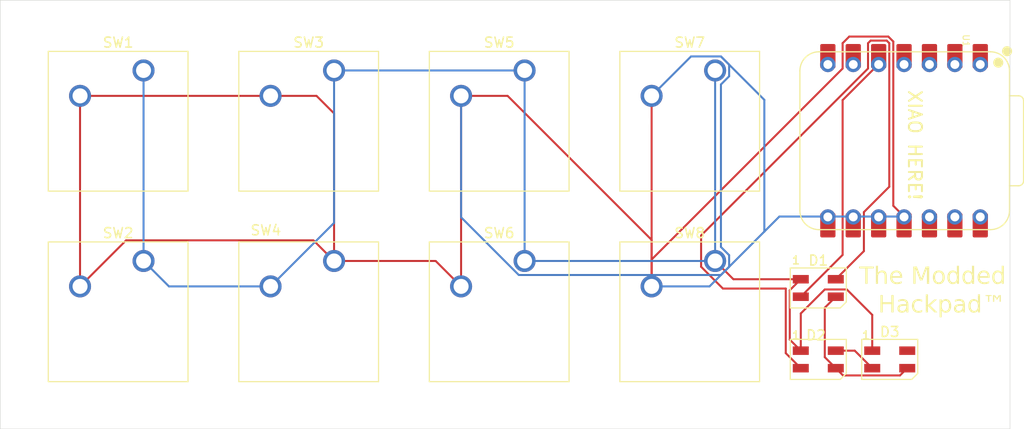
<source format=kicad_pcb>
(kicad_pcb (version 20241229) (generator "pcbnew") (generator_version "9.0")
  (layers (0 "F.Cu" signal) (2 "B.Cu" signal) (13 "F.Paste" user) (15 "B.Paste" user) (5 "F.SilkS" user "F.Silkscreen") (7 "B.SilkS" user "B.Silkscreen") (1 "F.Mask" user) (3 "B.Mask" user) (25 "Edge.Cuts" user))
  (net 0 "")
  (net 1 "+5V")
  (net 2 "Net-(D1-DOUT)")
  (net 3 "GND")
  (net 4 "Net-(D1-DIN)")
  (net 5 "Net-(D2-DOUT)")
  (net 7 "Net-(U1-GPIO1{slash}RX)")
  (footprint "LED_SMD:LED_SK6812MINI_PLCC4_3.5x3.5mm_P1.75mm" (layer "F.Cu") (at 229.23125 54.76875)
    (property "Reference" "D1" (at 0 -2.75 0) (layer "F.SilkS"))
    (property "Value" "SK6812")
    (fp_line (start -2.8 -2) (end -2.8 2) (stroke (width 0.12)) (layer "F.SilkS"))
    (fp_line (start -2.8 -2) (end 2.8 -2) (stroke (width 0.12)) (layer "F.SilkS"))
    (fp_line (start -2.8 2) (end 2.2 2) (stroke (width 0.12)) (layer "F.SilkS"))
    (fp_line (start 2.8 1.4) (end 2.2 2) (stroke (width 0.12)) (layer "F.SilkS"))
    (fp_line (start 2.8 1.4) (end 2.8 -2) (stroke (width 0.12)) (layer "F.SilkS"))
    (fp_text user "1" (at -2.23125 -2.76875 0) (layer "F.SilkS") (effects (font (size 0.8 0.8))))
    (pad "1" smd rect (at -1.75 -0.875) (size 1.6 0.85) (layers "F.Cu" "F.Mask" "F.Paste") (net 3 "GND"))
    (pad "2" smd rect (at -1.75 0.875) (size 1.6 0.85) (layers "F.Cu" "F.Mask" "F.Paste") (net 4 "Net-(D1-DIN)"))
    (pad "3" smd rect (at 1.75 0.875) (size 1.6 0.85) (layers "F.Cu" "F.Mask" "F.Paste") (net 1 "+5V"))
    (pad "4" smd rect (at 1.75 -0.875) (size 1.6 0.85) (layers "F.Cu" "F.Mask" "F.Paste") (net 2 "Net-(D1-DOUT)"))
  )
  (footprint "LED_SMD:LED_SK6812MINI_PLCC4_3.5x3.5mm_P1.75mm" (layer "F.Cu") (at 236.375 61.9125)
    (property "Reference" "D3" (at 0 -2.75 0) (layer "F.SilkS"))
    (property "Value" "SK6812")
    (fp_line (start -2.8 -2) (end -2.8 2) (stroke (width 0.12)) (layer "F.SilkS"))
    (fp_line (start -2.8 -2) (end 2.8 -2) (stroke (width 0.12)) (layer "F.SilkS"))
    (fp_line (start -2.8 2) (end 2.2 2) (stroke (width 0.12)) (layer "F.SilkS"))
    (fp_line (start 2.8 1.4) (end 2.2 2) (stroke (width 0.12)) (layer "F.SilkS"))
    (fp_line (start 2.8 1.4) (end 2.8 -2) (stroke (width 0.12)) (layer "F.SilkS"))
    (fp_text user "1" (at -2.375 -2.4125 0) (layer "F.SilkS") (effects (font (size 0.8 0.8))))
    (pad "1" smd rect (at -1.75 -0.875) (size 1.6 0.85) (layers "F.Cu" "F.Mask" "F.Paste") (net 3 "GND"))
    (pad "2" smd rect (at -1.75 0.875) (size 1.6 0.85) (layers "F.Cu" "F.Mask" "F.Paste") (net 5 "Net-(D2-DOUT)"))
    (pad "3" smd rect (at 1.75 0.875) (size 1.6 0.85) (layers "F.Cu" "F.Mask" "F.Paste") (net 1 "+5V"))
    (pad "4" smd rect (at 1.75 -0.875) (size 1.6 0.85) (layers "F.Cu" "F.Mask" "F.Paste"))
  )
  (footprint "Button_Switch_Keyboard:SW_Cherry_MX_1.00u_PCB" (layer "F.Cu") (at 161.76625 52.07)
    (property "Reference" "SW2" (at -2.54 -2.794 0) (layer "F.SilkS"))
    (property "Value" "SW_Push")
    (fp_line (start -9.525 -1.905) (end 4.445 -1.905) (stroke (width 0.12)) (layer "F.SilkS"))
    (fp_line (start -9.525 12.065) (end -9.525 -1.905) (stroke (width 0.12)) (layer "F.SilkS"))
    (fp_line (start 4.445 -1.905) (end 4.445 12.065) (stroke (width 0.12)) (layer "F.SilkS"))
    (fp_line (start 4.445 12.065) (end -9.525 12.065) (stroke (width 0.12)) (layer "F.SilkS"))
    (pad "" np_thru_hole circle (at -7.62 5.08) (size 1.7 1.7) (drill 1.7) (layers "*.Cu" "*.Mask"))
    (pad "" np_thru_hole circle (at -2.54 5.08) (size 4 4) (drill 4) (layers "*.Cu" "*.Mask"))
    (pad "" np_thru_hole circle (at 2.54 5.08) (size 1.7 1.7) (drill 1.7) (layers "*.Cu" "*.Mask"))
    (pad "1" thru_hole circle (at 0 0) (size 2.2 2.2) (drill 1.5) (layers "*.Cu" "*.Mask") (net 3 "GND"))
    (pad "2" thru_hole circle (at -6.35 2.54) (size 2.2 2.2) (drill 1.5) (layers "*.Cu" "*.Mask") (net 7 "Net-(U1-GPIO1{slash}RX)"))
  )
  (footprint "Button_Switch_Keyboard:SW_Cherry_MX_1.00u_PCB" (layer "F.Cu") (at 218.91625 33.02)
    (property "Reference" "SW7" (at -2.54 -2.794 0) (layer "F.SilkS"))
    (property "Value" "SW_Push")
    (fp_line (start -9.525 -1.905) (end 4.445 -1.905) (stroke (width 0.12)) (layer "F.SilkS"))
    (fp_line (start -9.525 12.065) (end -9.525 -1.905) (stroke (width 0.12)) (layer "F.SilkS"))
    (fp_line (start 4.445 -1.905) (end 4.445 12.065) (stroke (width 0.12)) (layer "F.SilkS"))
    (fp_line (start 4.445 12.065) (end -9.525 12.065) (stroke (width 0.12)) (layer "F.SilkS"))
    (pad "" np_thru_hole circle (at -7.62 5.08) (size 1.7 1.7) (drill 1.7) (layers "*.Cu" "*.Mask"))
    (pad "" np_thru_hole circle (at -2.54 5.08) (size 4 4) (drill 4) (layers "*.Cu" "*.Mask"))
    (pad "" np_thru_hole circle (at 2.54 5.08) (size 1.7 1.7) (drill 1.7) (layers "*.Cu" "*.Mask"))
    (pad "1" thru_hole circle (at 0 0) (size 2.2 2.2) (drill 1.5) (layers "*.Cu" "*.Mask") (net 3 "GND"))
    (pad "2" thru_hole circle (at -6.35 2.54) (size 2.2 2.2) (drill 1.5) (layers "*.Cu" "*.Mask") (net 7 "Net-(U1-GPIO1{slash}RX)"))
  )
  (footprint "Button_Switch_Keyboard:SW_Cherry_MX_1.00u_PCB" (layer "F.Cu") (at 180.81625 52.07)
    (property "Reference" "SW4" (at -6.81625 -3.07 0) (layer "F.SilkS"))
    (property "Value" "SW_Push")
    (fp_line (start -9.525 -1.905) (end 4.445 -1.905) (stroke (width 0.12)) (layer "F.SilkS"))
    (fp_line (start -9.525 12.065) (end -9.525 -1.905) (stroke (width 0.12)) (layer "F.SilkS"))
    (fp_line (start 4.445 -1.905) (end 4.445 12.065) (stroke (width 0.12)) (layer "F.SilkS"))
    (fp_line (start 4.445 12.065) (end -9.525 12.065) (stroke (width 0.12)) (layer "F.SilkS"))
    (pad "" np_thru_hole circle (at -7.62 5.08) (size 1.7 1.7) (drill 1.7) (layers "*.Cu" "*.Mask"))
    (pad "" np_thru_hole circle (at -2.54 5.08) (size 4 4) (drill 4) (layers "*.Cu" "*.Mask"))
    (pad "" np_thru_hole circle (at 2.54 5.08) (size 1.7 1.7) (drill 1.7) (layers "*.Cu" "*.Mask"))
    (pad "1" thru_hole circle (at 0 0) (size 2.2 2.2) (drill 1.5) (layers "*.Cu" "*.Mask") (net 7 "Net-(U1-GPIO1{slash}RX)"))
    (pad "2" thru_hole circle (at -6.35 2.54) (size 2.2 2.2) (drill 1.5) (layers "*.Cu" "*.Mask") (net 3 "GND"))
  )
  (footprint "Button_Switch_Keyboard:SW_Cherry_MX_1.00u_PCB" (layer "F.Cu") (at 199.86625 52.07)
    (property "Reference" "SW6" (at -2.54 -2.794 0) (layer "F.SilkS"))
    (property "Value" "SW_Push")
    (fp_line (start -9.525 -1.905) (end 4.445 -1.905) (stroke (width 0.12)) (layer "F.SilkS"))
    (fp_line (start -9.525 12.065) (end -9.525 -1.905) (stroke (width 0.12)) (layer "F.SilkS"))
    (fp_line (start 4.445 -1.905) (end 4.445 12.065) (stroke (width 0.12)) (layer "F.SilkS"))
    (fp_line (start 4.445 12.065) (end -9.525 12.065) (stroke (width 0.12)) (layer "F.SilkS"))
    (pad "" np_thru_hole circle (at -7.62 5.08) (size 1.7 1.7) (drill 1.7) (layers "*.Cu" "*.Mask"))
    (pad "" np_thru_hole circle (at -2.54 5.08) (size 4 4) (drill 4) (layers "*.Cu" "*.Mask"))
    (pad "" np_thru_hole circle (at 2.54 5.08) (size 1.7 1.7) (drill 1.7) (layers "*.Cu" "*.Mask"))
    (pad "1" thru_hole circle (at 0 0) (size 2.2 2.2) (drill 1.5) (layers "*.Cu" "*.Mask") (net 3 "GND"))
    (pad "2" thru_hole circle (at -6.35 2.54) (size 2.2 2.2) (drill 1.5) (layers "*.Cu" "*.Mask") (net 7 "Net-(U1-GPIO1{slash}RX)"))
  )
  (footprint "OPL Lib:XIAO-RP2040-DIP" (layer "F.Cu") (at 237.8075 40.045 -90)
    (property "Reference" "U1" (at -10.005 -6.1925 270) (layer "F.SilkS") (effects (font (size 0.635 0.635) (thickness 0.1016))))
    (property "Value" "XIAO-RP2040-DIP")
    (fp_line (start -6.985 10.414) (end 6.985 10.414) (stroke (width 0.127)) (layer "F.SilkS"))
    (fp_line (start -8.89 8.509) (end -8.89 -8.636) (stroke (width 0.127)) (layer "F.SilkS"))
    (fp_line (start 8.89 8.509) (end 8.89 -8.636) (stroke (width 0.127)) (layer "F.SilkS"))
    (fp_line (start -4.495 -10.541) (end -4.491272 -11.451272) (stroke (width 0.127)) (layer "F.SilkS"))
    (fp_line (start 6.985 -10.541) (end -6.985 -10.541) (stroke (width 0.1)) (layer "F.SilkS"))
    (fp_line (start 6.985 -10.541) (end -6.985 -10.541) (stroke (width 0.127)) (layer "F.SilkS"))
    (fp_line (start 4.504 -11.451) (end 4.504 -10.541) (stroke (width 0.127)) (layer "F.SilkS"))
    (fp_line (start -3.991272 -11.951) (end 4.004 -11.951) (stroke (width 0.127)) (layer "F.SilkS"))
    (fp_arc (start -6.985 10.414) (mid -8.332038 9.856038) (end -8.89 8.509) (stroke (width 0.127)) (layer "F.SilkS"))
    (fp_arc (start 8.89 8.509) (mid 8.332038 9.856038) (end 6.985 10.414) (stroke (width 0.127)) (layer "F.SilkS"))
    (fp_arc (start -8.89 -8.636) (mid -8.332038 -9.983038) (end -6.985 -10.541) (stroke (width 0.127)) (layer "F.SilkS"))
    (fp_arc (start 6.985 -10.541) (mid 8.332038 -9.983038) (end 8.89 -8.636) (stroke (width 0.127)) (layer "F.SilkS"))
    (fp_arc (start -4.491272 -11.451272) (mid -4.344728 -11.80464) (end -3.991272 -11.951) (stroke (width 0.127)) (layer "F.SilkS"))
    (fp_arc (start 4.004 -11.951) (mid 4.357553 -11.804553) (end 4.504 -11.451) (stroke (width 0.127)) (layer "F.SilkS"))
    (fp_circle (center -7.807 -9.42) (end -7.807 -9.674) (stroke (width 0.5)) (fill yes) (layer "F.SilkS"))
    (fp_circle (center -8.95 -10.3) (end -8.95 -10.554) (stroke (width 0.5)) (fill yes) (layer "F.SilkS"))
    (pad "1" smd roundrect (at -8.455 -7.62 90) (size 2.432 1.524) (layers "F.Cu" "F.Mask") (roundrect_rratio 0.1))
    (pad "1" thru_hole circle (at -7.62 -7.62 90) (size 1.524 1.524) (drill 0.889) (layers "*.Cu" "*.Mask"))
    (pad "2" smd roundrect (at -8.455 -5.08 90) (size 2.432 1.524) (layers "F.Cu" "F.Mask") (roundrect_rratio 0.1))
    (pad "2" thru_hole circle (at -7.62 -5.08 90) (size 1.524 1.524) (drill 0.889) (layers "*.Cu" "*.Mask"))
    (pad "3" smd roundrect (at -8.455 -2.54 90) (size 2.432 1.524) (layers "F.Cu" "F.Mask") (roundrect_rratio 0.1))
    (pad "3" thru_hole circle (at -7.62 -2.54 90) (size 1.524 1.524) (drill 0.889) (layers "*.Cu" "*.Mask"))
    (pad "4" smd roundrect (at -8.455 0 90) (size 2.432 1.524) (layers "F.Cu" "F.Mask") (roundrect_rratio 0.1))
    (pad "4" thru_hole circle (at -7.62 0 90) (size 1.524 1.524) (drill 0.889) (layers "*.Cu" "*.Mask"))
    (pad "5" smd roundrect (at -8.455 2.54 90) (size 2.432 1.524) (layers "F.Cu" "F.Mask") (roundrect_rratio 0.1) (net 4 "Net-(D1-DIN)"))
    (pad "5" thru_hole circle (at -7.62 2.54 90) (size 1.524 1.524) (drill 0.889) (layers "*.Cu" "*.Mask") (net 4 "Net-(D1-DIN)"))
    (pad "6" smd roundrect (at -8.455 5.08 90) (size 2.432 1.524) (layers "F.Cu" "F.Mask") (roundrect_rratio 0.1))
    (pad "6" thru_hole circle (at -7.62 5.08 90) (size 1.524 1.524) (drill 0.889) (layers "*.Cu" "*.Mask"))
    (pad "7" smd roundrect (at -8.455 7.62 90) (size 2.432 1.524) (layers "F.Cu" "F.Mask") (roundrect_rratio 0.1))
    (pad "7" thru_hole circle (at -7.62 7.62 90) (size 1.524 1.524) (drill 0.889) (layers "*.Cu" "*.Mask"))
    (pad "8" thru_hole circle (at 7.62 7.62 270) (size 1.524 1.524) (drill 0.889) (layers "*.Cu" "*.Mask") (net 7 "Net-(U1-GPIO1{slash}RX)"))
    (pad "8" smd roundrect (at 8.455 7.62 270) (size 2.432 1.524) (layers "F.Cu" "F.Mask") (roundrect_rratio 0.1) (net 7 "Net-(U1-GPIO1{slash}RX)"))
    (pad "9" thru_hole circle (at 7.62 5.08 270) (size 1.524 1.524) (drill 0.889) (layers "*.Cu" "*.Mask") (net 7 "Net-(U1-GPIO1{slash}RX)"))
    (pad "9" smd roundrect (at 8.455 5.08 270) (size 2.432 1.524) (layers "F.Cu" "F.Mask") (roundrect_rratio 0.1) (net 7 "Net-(U1-GPIO1{slash}RX)"))
    (pad "10" thru_hole circle (at 7.62 2.54 270) (size 1.524 1.524) (drill 0.889) (layers "*.Cu" "*.Mask") (net 7 "Net-(U1-GPIO1{slash}RX)"))
    (pad "10" smd roundrect (at 8.455 2.54 270) (size 2.432 1.524) (layers "F.Cu" "F.Mask") (roundrect_rratio 0.1) (net 7 "Net-(U1-GPIO1{slash}RX)"))
    (pad "11" thru_hole circle (at 7.62 0 270) (size 1.524 1.524) (drill 0.889) (layers "*.Cu" "*.Mask") (net 7 "Net-(U1-GPIO1{slash}RX)"))
    (pad "11" smd roundrect (at 8.455 0 270) (size 2.432 1.524) (layers "F.Cu" "F.Mask") (roundrect_rratio 0.1) (net 7 "Net-(U1-GPIO1{slash}RX)"))
    (pad "12" thru_hole circle (at 7.62 -2.54 270) (size 1.524 1.524) (drill 0.889) (layers "*.Cu" "*.Mask"))
    (pad "12" smd roundrect (at 8.455 -2.54 270) (size 2.432 1.524) (layers "F.Cu" "F.Mask") (roundrect_rratio 0.1))
    (pad "13" thru_hole circle (at 7.62 -5.08 270) (size 1.524 1.524) (drill 0.889) (layers "*.Cu" "*.Mask"))
    (pad "13" smd roundrect (at 8.455 -5.08 270) (size 2.432 1.524) (layers "F.Cu" "F.Mask") (roundrect_rratio 0.1))
    (pad "14" thru_hole circle (at 7.62 -7.62 270) (size 1.524 1.524) (drill 0.889) (layers "*.Cu" "*.Mask"))
    (pad "14" smd roundrect (at 8.455 -7.62 270) (size 2.432 1.524) (layers "F.Cu" "F.Mask") (roundrect_rratio 0.1))
  )
  (footprint "Button_Switch_Keyboard:SW_Cherry_MX_1.00u_PCB" (layer "F.Cu") (at 218.91625 52.07)
    (property "Reference" "SW8" (at -2.54 -2.794 0) (layer "F.SilkS"))
    (property "Value" "SW_Push")
    (fp_line (start -9.525 -1.905) (end 4.445 -1.905) (stroke (width 0.12)) (layer "F.SilkS"))
    (fp_line (start -9.525 12.065) (end -9.525 -1.905) (stroke (width 0.12)) (layer "F.SilkS"))
    (fp_line (start 4.445 -1.905) (end 4.445 12.065) (stroke (width 0.12)) (layer "F.SilkS"))
    (fp_line (start 4.445 12.065) (end -9.525 12.065) (stroke (width 0.12)) (layer "F.SilkS"))
    (pad "" np_thru_hole circle (at -7.62 5.08) (size 1.7 1.7) (drill 1.7) (layers "*.Cu" "*.Mask"))
    (pad "" np_thru_hole circle (at -2.54 5.08) (size 4 4) (drill 4) (layers "*.Cu" "*.Mask"))
    (pad "" np_thru_hole circle (at 2.54 5.08) (size 1.7 1.7) (drill 1.7) (layers "*.Cu" "*.Mask"))
    (pad "1" thru_hole circle (at 0 0) (size 2.2 2.2) (drill 1.5) (layers "*.Cu" "*.Mask") (net 3 "GND"))
    (pad "2" thru_hole circle (at -6.35 2.54) (size 2.2 2.2) (drill 1.5) (layers "*.Cu" "*.Mask") (net 7 "Net-(U1-GPIO1{slash}RX)"))
  )
  (footprint "LED_SMD:LED_SK6812MINI_PLCC4_3.5x3.5mm_P1.75mm" (layer "F.Cu") (at 229.23125 61.9125)
    (property "Reference" "D2" (at -0.23125 -2.4125 0) (layer "F.SilkS"))
    (property "Value" "SK6812")
    (fp_line (start -2.8 -2) (end -2.8 2) (stroke (width 0.12)) (layer "F.SilkS"))
    (fp_line (start -2.8 -2) (end 2.8 -2) (stroke (width 0.12)) (layer "F.SilkS"))
    (fp_line (start -2.8 2) (end 2.2 2) (stroke (width 0.12)) (layer "F.SilkS"))
    (fp_line (start 2.8 1.4) (end 2.2 2) (stroke (width 0.12)) (layer "F.SilkS"))
    (fp_line (start 2.8 1.4) (end 2.8 -2) (stroke (width 0.12)) (layer "F.SilkS"))
    (fp_text user "1" (at -2.23125 -2.4125 0) (layer "F.SilkS") (effects (font (size 0.8 0.8))))
    (pad "1" smd rect (at -1.75 -0.875) (size 1.6 0.85) (layers "F.Cu" "F.Mask" "F.Paste") (net 3 "GND"))
    (pad "2" smd rect (at -1.75 0.875) (size 1.6 0.85) (layers "F.Cu" "F.Mask" "F.Paste") (net 2 "Net-(D1-DOUT)"))
    (pad "3" smd rect (at 1.75 0.875) (size 1.6 0.85) (layers "F.Cu" "F.Mask" "F.Paste") (net 1 "+5V"))
    (pad "4" smd rect (at 1.75 -0.875) (size 1.6 0.85) (layers "F.Cu" "F.Mask" "F.Paste") (net 5 "Net-(D2-DOUT)"))
  )
  (footprint "Button_Switch_Keyboard:SW_Cherry_MX_1.00u_PCB" (layer "F.Cu") (at 199.86625 33.02)
    (property "Reference" "SW5" (at -2.54 -2.794 0) (layer "F.SilkS"))
    (property "Value" "SW_Push")
    (fp_line (start -9.525 -1.905) (end 4.445 -1.905) (stroke (width 0.12)) (layer "F.SilkS"))
    (fp_line (start -9.525 12.065) (end -9.525 -1.905) (stroke (width 0.12)) (layer "F.SilkS"))
    (fp_line (start 4.445 -1.905) (end 4.445 12.065) (stroke (width 0.12)) (layer "F.SilkS"))
    (fp_line (start 4.445 12.065) (end -9.525 12.065) (stroke (width 0.12)) (layer "F.SilkS"))
    (pad "" np_thru_hole circle (at -7.62 5.08) (size 1.7 1.7) (drill 1.7) (layers "*.Cu" "*.Mask"))
    (pad "" np_thru_hole circle (at -2.54 5.08) (size 4 4) (drill 4) (layers "*.Cu" "*.Mask"))
    (pad "" np_thru_hole circle (at 2.54 5.08) (size 1.7 1.7) (drill 1.7) (layers "*.Cu" "*.Mask"))
    (pad "1" thru_hole circle (at 0 0) (size 2.2 2.2) (drill 1.5) (layers "*.Cu" "*.Mask") (net 3 "GND"))
    (pad "2" thru_hole circle (at -6.35 2.54) (size 2.2 2.2) (drill 1.5) (layers "*.Cu" "*.Mask") (net 7 "Net-(U1-GPIO1{slash}RX)"))
  )
  (footprint "Button_Switch_Keyboard:SW_Cherry_MX_1.00u_PCB" (layer "F.Cu") (at 161.76625 33.02)
    (property "Reference" "SW1" (at -2.54 -2.794 0) (layer "F.SilkS"))
    (property "Value" "SW_Push")
    (fp_line (start -9.525 -1.905) (end 4.445 -1.905) (stroke (width 0.12)) (layer "F.SilkS"))
    (fp_line (start -9.525 12.065) (end -9.525 -1.905) (stroke (width 0.12)) (layer "F.SilkS"))
    (fp_line (start 4.445 -1.905) (end 4.445 12.065) (stroke (width 0.12)) (layer "F.SilkS"))
    (fp_line (start 4.445 12.065) (end -9.525 12.065) (stroke (width 0.12)) (layer "F.SilkS"))
    (pad "" np_thru_hole circle (at -7.62 5.08) (size 1.7 1.7) (drill 1.7) (layers "*.Cu" "*.Mask"))
    (pad "" np_thru_hole circle (at -2.54 5.08) (size 4 4) (drill 4) (layers "*.Cu" "*.Mask"))
    (pad "" np_thru_hole circle (at 2.54 5.08) (size 1.7 1.7) (drill 1.7) (layers "*.Cu" "*.Mask"))
    (pad "1" thru_hole circle (at 0 0) (size 2.2 2.2) (drill 1.5) (layers "*.Cu" "*.Mask") (net 3 "GND"))
    (pad "2" thru_hole circle (at -6.35 2.54) (size 2.2 2.2) (drill 1.5) (layers "*.Cu" "*.Mask") (net 7 "Net-(U1-GPIO1{slash}RX)"))
  )
  (footprint "Button_Switch_Keyboard:SW_Cherry_MX_1.00u_PCB" (layer "F.Cu") (at 180.81625 33.02)
    (property "Reference" "SW3" (at -2.54 -2.794 0) (layer "F.SilkS"))
    (property "Value" "SW_Push")
    (fp_line (start -9.525 -1.905) (end 4.445 -1.905) (stroke (width 0.12)) (layer "F.SilkS"))
    (fp_line (start -9.525 12.065) (end -9.525 -1.905) (stroke (width 0.12)) (layer "F.SilkS"))
    (fp_line (start 4.445 -1.905) (end 4.445 12.065) (stroke (width 0.12)) (layer "F.SilkS"))
    (fp_line (start 4.445 12.065) (end -9.525 12.065) (stroke (width 0.12)) (layer "F.SilkS"))
    (pad "" np_thru_hole circle (at -7.62 5.08) (size 1.7 1.7) (drill 1.7) (layers "*.Cu" "*.Mask"))
    (pad "" np_thru_hole circle (at -2.54 5.08) (size 4 4) (drill 4) (layers "*.Cu" "*.Mask"))
    (pad "" np_thru_hole circle (at 2.54 5.08) (size 1.7 1.7) (drill 1.7) (layers "*.Cu" "*.Mask"))
    (pad "1" thru_hole circle (at 0 0) (size 2.2 2.2) (drill 1.5) (layers "*.Cu" "*.Mask") (net 3 "GND"))
    (pad "2" thru_hole circle (at -6.35 2.54) (size 2.2 2.2) (drill 1.5) (layers "*.Cu" "*.Mask") (net 7 "Net-(U1-GPIO1{slash}RX)"))
  )
  (gr_rect (start 147.4375 26) (end 248.4 68.8625) (stroke (width 0.05)) (fill no) (layer "Edge.Cuts"))
  (gr_text "XIAO HERE!" (at 238.125 40.48125 270) (layer "F.SilkS") (effects (font (size 1.3 1.3) (thickness 0.2)) (justify bottom)))
  (gr_text "The Modded\nHackpad™" (at 248 57.5 0) (layer "F.SilkS") (effects (font (size 1.7 1.7) (thickness 0.1)) (justify right bottom)))
  (segment (start 230.98125 62.7875) (end 231.70725 63.5135) (width 0.2) (layer "F.Cu") (net 1))
  (segment (start 229.88025 56.74475) (end 229.88025 61.6865) (width 0.2) (layer "F.Cu") (net 1))
  (segment (start 229.88025 61.6865) (end 230.98125 62.7875) (width 0.2) (layer "F.Cu") (net 1))
  (segment (start 230.98125 55.64375) (end 229.88025 56.74475) (width 0.2) (layer "F.Cu") (net 1))
  (segment (start 231.70725 63.5135) (end 237.399 63.5135) (width 0.2) (layer "F.Cu") (net 1))
  (segment (start 237.399 63.5135) (end 238.125 62.7875) (width 0.2) (layer "F.Cu") (net 1))
  (segment (start 225.97925 61.2855) (end 225.97925 54.82865) (width 0.2) (layer "F.Cu") (net 2))
  (segment (start 233.7905 51.0845) (end 230.98125 53.89375) (width 0.2) (layer "F.Cu") (net 2))
  (segment (start 234.2045 30.294374) (end 234.465874 30.033) (width 0.2) (layer "F.Cu") (net 2))
  (segment (start 217.51525 49.51456) (end 234.2045 32.82531) (width 0.2) (layer "F.Cu") (net 2))
  (segment (start 227.48125 62.7875) (end 225.97925 61.2855) (width 0.2) (layer "F.Cu") (net 2))
  (segment (start 234.465874 30.033) (end 236.069126 30.033) (width 0.2) (layer "F.Cu") (net 2))
  (segment (start 234.2045 32.82531) (end 234.2045 30.294374) (width 0.2) (layer "F.Cu") (net 2))
  (segment (start 236.3305 30.294374) (end 236.3305 44.64469) (width 0.2) (layer "F.Cu") (net 2))
  (segment (start 236.3305 44.64469) (end 233.7905 47.18469) (width 0.2) (layer "F.Cu") (net 2))
  (segment (start 225.97925 54.82865) (end 219.693586 54.82865) (width 0.2) (layer "F.Cu") (net 2))
  (segment (start 219.693586 54.82865) (end 217.51525 52.650314) (width 0.2) (layer "F.Cu") (net 2))
  (segment (start 217.51525 52.650314) (end 217.51525 49.51456) (width 0.2) (layer "F.Cu") (net 2))
  (segment (start 233.7905 47.18469) (end 233.7905 51.0845) (width 0.2) (layer "F.Cu") (net 2))
  (segment (start 236.069126 30.033) (end 236.3305 30.294374) (width 0.2) (layer "F.Cu") (net 2))
  (segment (start 220.74 53.89375) (end 218.91625 52.07) (width 0.2) (layer "F.Cu") (net 3))
  (segment (start 226.38025 54.99475) (end 226.38025 59.9365) (width 0.2) (layer "F.Cu") (net 3))
  (segment (start 227.48125 61.0375) (end 227.48125 57.31675) (width 0.2) (layer "F.Cu") (net 3))
  (segment (start 227.48125 53.89375) (end 220.74 53.89375) (width 0.2) (layer "F.Cu") (net 3))
  (segment (start 227.48125 53.89375) (end 226.38025 54.99475) (width 0.2) (layer "F.Cu") (net 3))
  (segment (start 229.88025 54.91775) (end 232.08225 54.91775) (width 0.2) (layer "F.Cu") (net 3))
  (segment (start 226.38025 59.9365) (end 227.48125 61.0375) (width 0.2) (layer "F.Cu") (net 3))
  (segment (start 227.48125 57.31675) (end 229.88025 54.91775) (width 0.2) (layer "F.Cu") (net 3))
  (segment (start 234.625 57.4605) (end 234.625 61.0375) (width 0.2) (layer "F.Cu") (net 3))
  (segment (start 232.08225 54.91775) (end 234.625 57.4605) (width 0.2) (layer "F.Cu") (net 3))
  (segment (start 161.76625 33.02) (end 161.76625 52.07) (width 0.2) (layer "B.Cu") (net 3))
  (segment (start 164.30625 54.61) (end 174.46625 54.61) (width 0.2) (layer "B.Cu") (net 3))
  (segment (start 218.91625 52.07) (end 218.91625 33.02) (width 0.2) (layer "B.Cu") (net 3))
  (segment (start 199.86625 33.02) (end 199.86625 52.07) (width 0.2) (layer "B.Cu") (net 3))
  (segment (start 180.81625 33.02) (end 199.86625 33.02) (width 0.2) (layer "B.Cu") (net 3))
  (segment (start 174.46625 54.61) (end 180.81625 48.26) (width 0.2) (layer "B.Cu") (net 3))
  (segment (start 180.81625 48.26) (end 180.81625 33.02) (width 0.2) (layer "B.Cu") (net 3))
  (segment (start 199.86625 52.07) (end 218.91625 52.07) (width 0.2) (layer "B.Cu") (net 3))
  (segment (start 161.76625 52.07) (end 164.30625 54.61) (width 0.2) (layer "B.Cu") (net 3))
  (segment (start 231.6645 51.4605) (end 227.48125 55.64375) (width 0.2) (layer "F.Cu") (net 4))
  (segment (start 231.6645 35.988) (end 231.6645 51.4605) (width 0.2) (layer "F.Cu") (net 4))
  (segment (start 235.2675 32.385) (end 231.6645 35.988) (width 0.2) (layer "F.Cu") (net 4))
  (segment (start 230.98125 61.0375) (end 232.875 61.0375) (width 0.2) (layer "F.Cu") (net 5))
  (segment (start 232.875 61.0375) (end 234.625 62.7875) (width 0.2) (layer "F.Cu") (net 5))
  (segment (start 236.7315 30.128274) (end 236.7315 46.549) (width 0.2) (layer "F.Cu") (net 7))
  (segment (start 180.81625 52.07) (end 190.97625 52.07) (width 0.2) (layer "F.Cu") (net 7))
  (segment (start 155.41625 54.61) (end 155.41625 35.56) (width 0.2) (layer "F.Cu") (net 7))
  (segment (start 190.97625 52.07) (end 193.51625 54.61) (width 0.2) (layer "F.Cu") (net 7))
  (segment (start 231.6645 30.294374) (end 232.326874 29.632) (width 0.2) (layer "F.Cu") (net 7))
  (segment (start 236.7315 46.549) (end 237.8075 47.625) (width 0.2) (layer "F.Cu") (net 7))
  (segment (start 193.51625 54.61) (end 193.51625 35.56) (width 0.2) (layer "F.Cu") (net 7))
  (segment (start 179.061066 35.56) (end 180.81625 37.315184) (width 0.2) (layer "F.Cu") (net 7))
  (segment (start 236.235226 29.632) (end 236.7315 30.128274) (width 0.2) (layer "F.Cu") (net 7))
  (segment (start 212.56625 49.95847) (end 212.56625 54.61) (width 0.2) (layer "F.Cu") (net 7))
  (segment (start 212.56625 54.61) (end 212.56625 35.56) (width 0.2) (layer "F.Cu") (net 7))
  (segment (start 174.46625 35.56) (end 179.061066 35.56) (width 0.2) (layer "F.Cu") (net 7))
  (segment (start 193.51625 35.56) (end 198.16778 35.56) (width 0.2) (layer "F.Cu") (net 7))
  (segment (start 180.81625 52.07) (end 178.7525 50.00625) (width 0.2) (layer "F.Cu") (net 7))
  (segment (start 232.326874 29.632) (end 236.235226 29.632) (width 0.2) (layer "F.Cu") (net 7))
  (segment (start 212.56625 54.61) (end 212.56625 51.92356) (width 0.2) (layer "F.Cu") (net 7))
  (segment (start 231.6645 32.82531) (end 231.6645 30.294374) (width 0.2) (layer "F.Cu") (net 7))
  (segment (start 155.41625 35.56) (end 174.46625 35.56) (width 0.2) (layer "F.Cu") (net 7))
  (segment (start 180.81625 37.315184) (end 180.81625 52.07) (width 0.2) (layer "F.Cu") (net 7))
  (segment (start 198.16778 35.56) (end 212.56625 49.95847) (width 0.2) (layer "F.Cu") (net 7))
  (segment (start 160.02 50.00625) (end 155.41625 54.61) (width 0.2) (layer "F.Cu") (net 7))
  (segment (start 212.56625 51.92356) (end 231.6645 32.82531) (width 0.2) (layer "F.Cu") (net 7))
  (segment (start 178.7525 50.00625) (end 160.02 50.00625) (width 0.2) (layer "F.Cu") (net 7))
  (segment (start 219.496564 53.471) (end 220.31725 52.650314) (width 0.2) (layer "B.Cu") (net 7))
  (segment (start 218.357564 54.61) (end 212.56625 54.61) (width 0.2) (layer "B.Cu") (net 7))
  (segment (start 219.496564 31.619) (end 223.8375 35.959936) (width 0.2) (layer "B.Cu") (net 7))
  (segment (start 220.31725 52.650314) (end 220.31725 51.489686) (width 0.2) (layer "B.Cu") (net 7))
  (segment (start 212.56625 35.56) (end 216.50725 31.619) (width 0.2) (layer "B.Cu") (net 7))
  (segment (start 220.31725 51.489686) (end 219.496564 50.669) (width 0.2) (layer "B.Cu") (net 7))
  (segment (start 225.342564 47.625) (end 223.8375 49.130064) (width 0.2) (layer "B.Cu") (net 7))
  (segment (start 199.285936 53.471) (end 219.496564 53.471) (width 0.2) (layer "B.Cu") (net 7))
  (segment (start 223.8375 35.959936) (end 223.8375 49.130064) (width 0.2) (layer "B.Cu") (net 7))
  (segment (start 193.51625 35.56) (end 193.51625 47.701314) (width 0.2) (layer "B.Cu") (net 7))
  (segment (start 219.496564 50.669) (end 219.496564 34.421) (width 0.2) (layer "B.Cu") (net 7))
  (segment (start 223.8375 49.130064) (end 218.357564 54.61) (width 0.2) (layer "B.Cu") (net 7))
  (segment (start 193.51625 47.701314) (end 199.285936 53.471) (width 0.2) (layer "B.Cu") (net 7))
  (segment (start 219.496564 34.421) (end 220.31725 33.600314) (width 0.2) (layer "B.Cu") (net 7))
  (segment (start 230.1875 47.625) (end 237.8075 47.625) (width 0.2) (layer "B.Cu") (net 7))
  (segment (start 216.50725 31.619) (end 219.496564 31.619) (width 0.2) (layer "B.Cu") (net 7))
  (segment (start 220.31725 33.600314) (end 220.31725 32.439686) (width 0.2) (layer "B.Cu") (net 7))
  (segment (start 230.1875 47.625) (end 225.342564 47.625) (width 0.2) (layer "B.Cu") (net 7))
  (segment (start 220.31725 32.439686) (end 219.496564 31.619) (width 0.2) (layer "B.Cu") (net 7))
)
</source>
